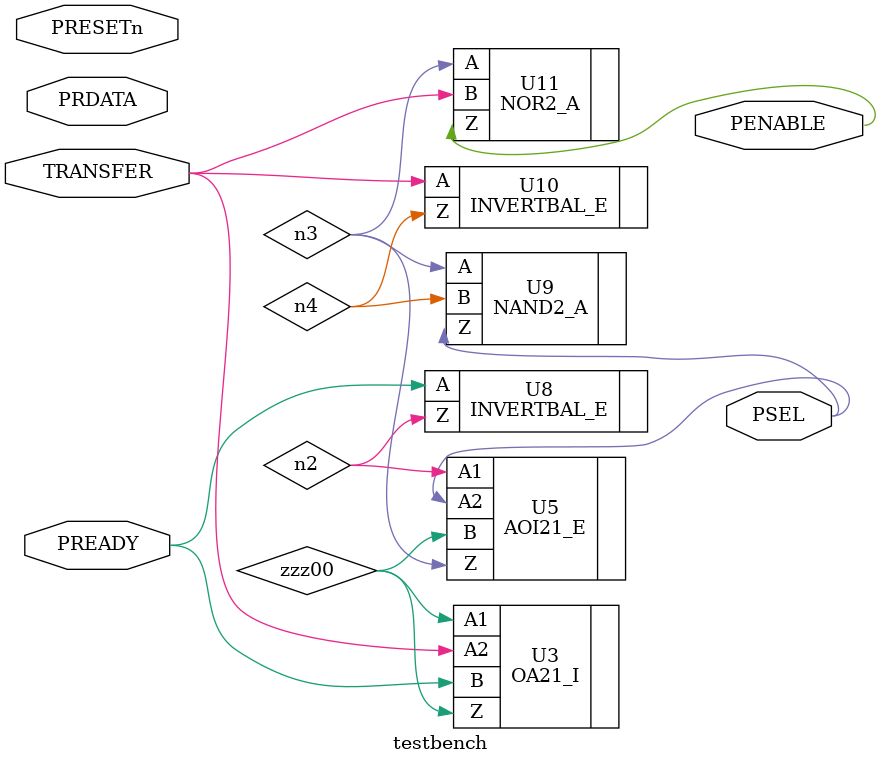
<source format=v>

module testbench ( PRESETn, TRANSFER, PREADY, PRDATA, PSEL, PENABLE );
  input [31:0] PRDATA;
  input PRESETn, TRANSFER, PREADY;
  output PSEL, PENABLE;
  wire   zzz00, n2, n3, n4;

  OA21_I U3 ( .A1(zzz00), .A2(TRANSFER), .B(PREADY), .Z(zzz00) );
  AOI21_E U5 ( .A1(n2), .A2(PSEL), .B(zzz00), .Z(n3) );
  INVERTBAL_E U8 ( .A(PREADY), .Z(n2) );
  NAND2_A U9 ( .A(n3), .B(n4), .Z(PSEL) );
  INVERTBAL_E U10 ( .A(TRANSFER), .Z(n4) );
  NOR2_A U11 ( .A(n3), .B(TRANSFER), .Z(PENABLE) );
endmodule


</source>
